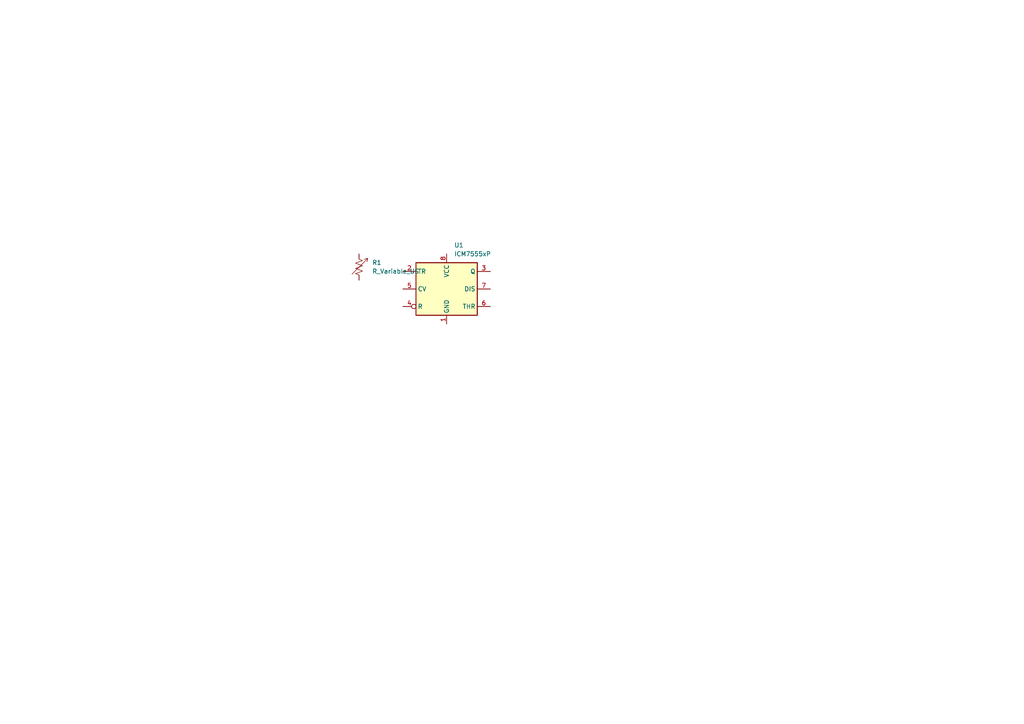
<source format=kicad_sch>
(kicad_sch (version 20231120) (generator "eeschema") (generator_version "8.0")
  (paper "A4")
  (lib_symbols
    (symbol "Device:R_Variable_US" (pin_numbers hide) (pin_names (offset 0))
      (property "Reference" "R" (at 2.54 -2.54 90))
      (property "Value" "R_Variable_US" (at -2.54 -1.27 90))
      (symbol "R_Variable_US_0_1"
        (polyline (pts (xy 0 -2.286) (xy 0 -2.54)))
        (polyline (pts (xy 0 2.286) (xy 0 2.54)))
        (polyline (pts (xy 0 -0.762) (xy 1.016 -1.143) (xy 0 -1.524) (xy -1.016 -1.905) (xy 0 -2.286)))
        (polyline (pts (xy 0 0.762) (xy 1.016 0.381) (xy 0 0) (xy -1.016 -0.381) (xy 0 -0.762)))
        (polyline (pts (xy 0 2.286) (xy 1.016 1.905) (xy 0 1.524) (xy -1.016 1.143) (xy 0 0.762)) (stroke (width 0.1524)))
        (polyline (pts (xy 2.286 1.524) (xy 2.54 2.54) (xy 1.524 2.286) (xy 2.54 2.54) (xy -2.032 -2.032)) (stroke (width 0.1524)))
      )
      (symbol "R_Variable_US_1_1"
        (pin passive line (at 0 3.81 270) (length 1.27) (name "~") (number "1"))
        (pin passive line (at 0 -3.81 90) (length 1.27) (name "~") (number "2"))
      )
    )
    (symbol "Timer:ICM7555xP"
      (property "Reference" "U" (at -10.16 8.89 0))
      (property "Value" "ICM7555xP" (at 2.54 8.89 0))
      (symbol "ICM7555xP_0_0"
        (pin power_in line (at 0 -10.16 90) (length 2.54) (name "GND") (number "1"))
        (pin power_in line (at 0 10.16 270) (length 2.54) (name "VCC") (number "8"))
      )
      (symbol "ICM7555xP_0_1"
        (rectangle (start -8.89 -7.62) (end 8.89 7.62) (stroke (width 0.254)) (fill (type background)))
        (rectangle (start -8.89 -7.62) (end 8.89 7.62) (stroke (width 0.254)) (fill (type background)))
      )
      (symbol "ICM7555xP_1_1"
        (pin input line (at -12.7 5.08 0) (length 3.81) (name "TR") (number "2"))
        (pin output line (at 12.7 5.08 180) (length 3.81) (name "Q") (number "3"))
        (pin input inverted (at -12.7 -5.08 0) (length 3.81) (name "R") (number "4"))
        (pin input line (at -12.7 0 0) (length 3.81) (name "CV") (number "5"))
        (pin input line (at 12.7 -5.08 180) (length 3.81) (name "THR") (number "6"))
        (pin input line (at 12.7 0 180) (length 3.81) (name "DIS") (number "7"))
      )
    )
  )
  (symbol (lib_id "Timer:ICM7555xP") (at 129.54 83.82 0) (unit 1)
    (property "Reference" "U1" (at 131.7341 71.12 0) (effects (justify left)))
    (property "Value" "ICM7555xP" (at 131.7341 73.66 0) (effects (justify left)))
    (property "Footprint" "Package_DIP:DIP-8_W7.62mm" (effects (hide yes)))
    (property "Datasheet" "http://www.intersil.com/content/dam/Intersil/documents/icm7/icm7555-56.pdf" (effects (hide yes)))
    (property "Description" "CMOS General Purpose Timer, 555 compatible, PDIP-8" (effects (hide yes)))
  )
  (symbol (lib_id "Device:R_Variable_US") (at 104.14 77.47 0) (unit 1)
    (property "Reference" "R1" (at 107.95 76.1618 0) (effects (justify left)))
    (property "Value" "R_Variable_US" (at 107.95 78.7018 0) (effects (justify left)))
    (property "Description" "Variable resistor, US symbol" (effects (hide yes)))
  )
)
</source>
